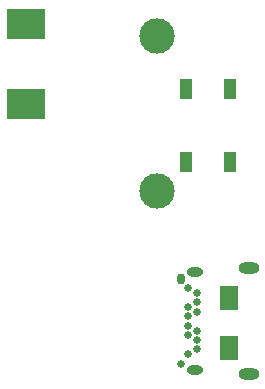
<source format=gbr>
%TF.GenerationSoftware,KiCad,Pcbnew,(6.0.5-0)*%
%TF.CreationDate,2022-06-06T17:24:23+02:00*%
%TF.ProjectId,BlackPanda,426c6163-6b50-4616-9e64-612e6b696361,rev?*%
%TF.SameCoordinates,Original*%
%TF.FileFunction,Soldermask,Bot*%
%TF.FilePolarity,Negative*%
%FSLAX46Y46*%
G04 Gerber Fmt 4.6, Leading zero omitted, Abs format (unit mm)*
G04 Created by KiCad (PCBNEW (6.0.5-0)) date 2022-06-06 17:24:23*
%MOMM*%
%LPD*%
G01*
G04 APERTURE LIST*
%ADD10O,0.650000X0.950000*%
%ADD11C,0.650000*%
%ADD12O,1.800000X0.950000*%
%ADD13O,1.400000X0.800000*%
%ADD14C,3.000000*%
%ADD15R,1.100000X1.800000*%
%ADD16R,3.300000X2.500000*%
%ADD17R,1.500000X2.120000*%
G04 APERTURE END LIST*
D10*
%TO.C,P1*%
X209010000Y-84340000D03*
D11*
X209010000Y-91540000D03*
D12*
X214770000Y-83450000D03*
D13*
X210260000Y-83810000D03*
X210260000Y-92070000D03*
D12*
X214770000Y-92430000D03*
D11*
X209660000Y-85140000D03*
X210360000Y-85540000D03*
X210360000Y-86340000D03*
X209660000Y-86740000D03*
X210360000Y-87140000D03*
X209660000Y-87540000D03*
X209660000Y-88340000D03*
X210360000Y-88740000D03*
X209660000Y-89140000D03*
X210360000Y-89540000D03*
X210360000Y-90340000D03*
X209660000Y-90740000D03*
%TD*%
D14*
%TO.C,J2*%
X207030000Y-63770000D03*
X207030000Y-76910000D03*
%TD*%
D15*
%TO.C,SW1*%
X209450000Y-74450000D03*
X209450000Y-68250000D03*
X213150000Y-68250000D03*
X213150000Y-74450000D03*
%TD*%
D16*
%TO.C,D3*%
X195900000Y-62800000D03*
X195900000Y-69600000D03*
%TD*%
D17*
%TO.C,D1*%
X213100000Y-90215000D03*
X213100000Y-85985000D03*
%TD*%
M02*

</source>
